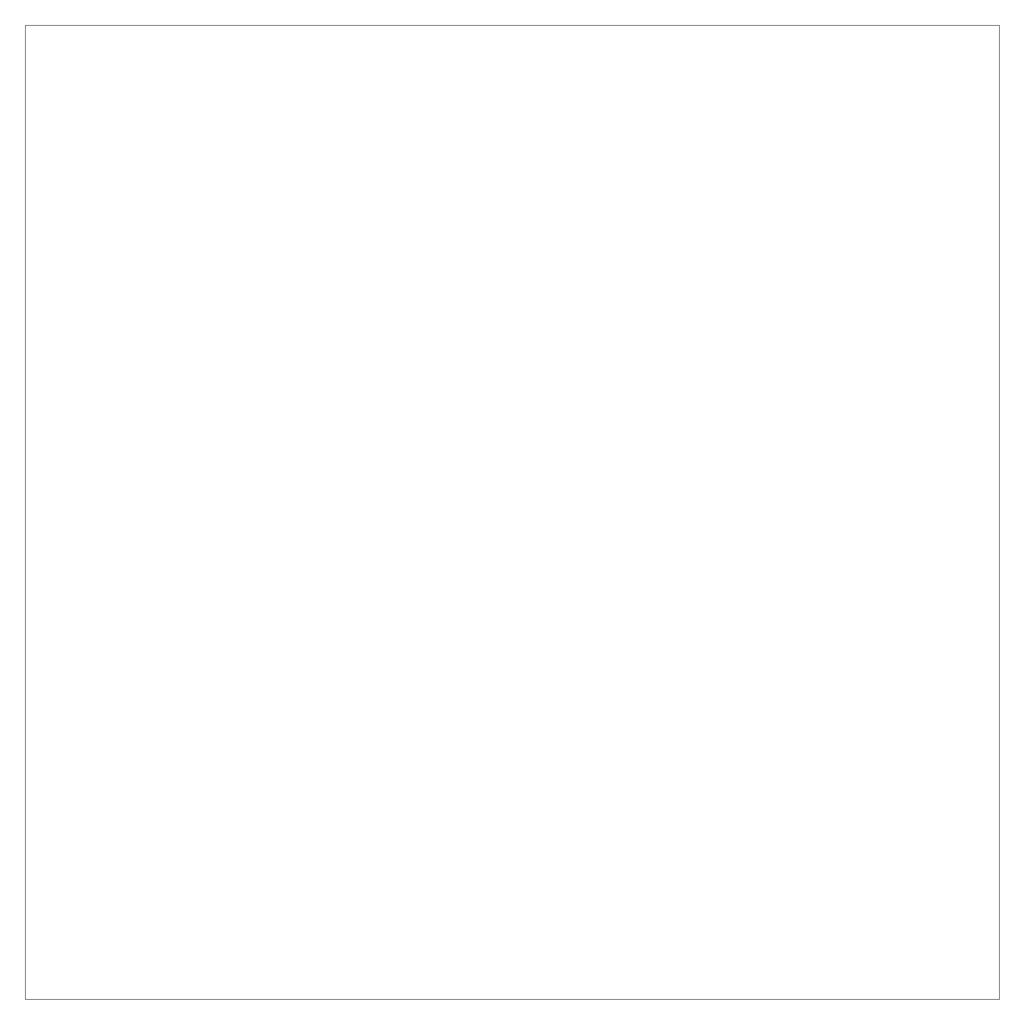
<source format=gbr>
%TF.GenerationSoftware,KiCad,Pcbnew,5.1.6-c6e7f7d~87~ubuntu20.04.1*%
%TF.CreationDate,2020-08-08T19:49:55+10:00*%
%TF.ProjectId,borscht-esp-pico-panel,626f7273-6368-4742-9d65-73702d706963,rev?*%
%TF.SameCoordinates,Original*%
%TF.FileFunction,Profile,NP*%
%FSLAX46Y46*%
G04 Gerber Fmt 4.6, Leading zero omitted, Abs format (unit mm)*
G04 Created by KiCad (PCBNEW 5.1.6-c6e7f7d~87~ubuntu20.04.1) date 2020-08-08 19:49:55*
%MOMM*%
%LPD*%
G01*
G04 APERTURE LIST*
%TA.AperFunction,Profile*%
%ADD10C,0.100000*%
%TD*%
G04 APERTURE END LIST*
D10*
X29075000Y-148712000D02*
X29075000Y-49712000D01*
X128075000Y-148712000D02*
X29075000Y-148712000D01*
X128075000Y-49712000D02*
X128075000Y-148712000D01*
X29075000Y-49712000D02*
X128075000Y-49712000D01*
M02*

</source>
